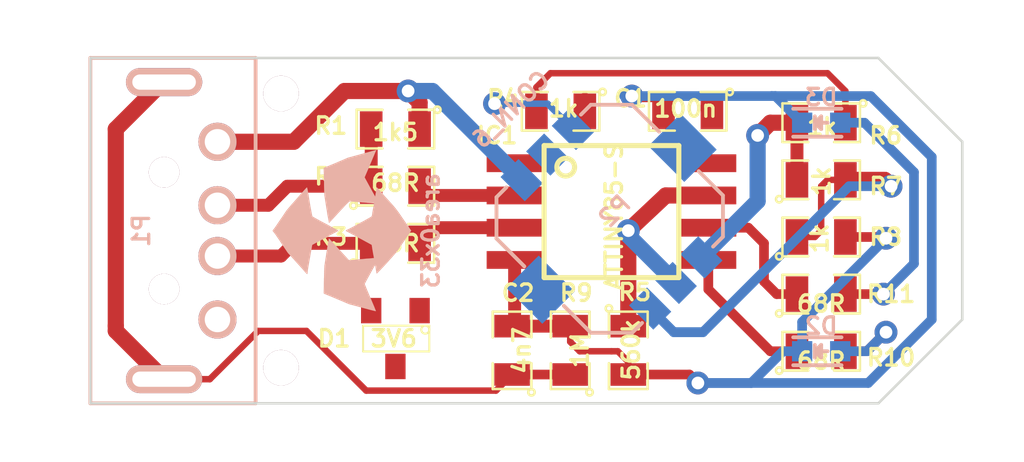
<source format=kicad_pcb>
(kicad_pcb (version 4) (host pcbnew 0.201510311201+6287~30~ubuntu14.04.1-product)
  (layers (0 F.Cu signal) (31 B.Cu signal) (34 B.Paste user) (35 F.Paste user) (36 B.SilkS user) (37 F.SilkS user) (38 B.Mask user) (39 F.Mask user) (44 Edge.Cuts user))
  (net 0 "")
  (net 1 +5V)
  (net 2 DGND)
  (net 3 D+)
  (net 4 D-)
  (net 5 "Net-(IC1-Pad2)")
  (net 6 "Net-(IC1-Pad3)")
  (net 7 /ADC)
  (net 8 /RIGHT)
  (net 9 /LEFT)
  (net 10 /DOWN)
  (net 11 "Net-(D2-Pad2)")
  (net 12 "Net-(D3-Pad2)")
  (net 13 /G)
  (net 14 /R)
  (net 15 "Net-(C2-Pad1)")
  (module USB_A_MALE (layer B.Cu) (at 137.969 182.357 90)
    (fp_text reference P1 (at 0 2 90) (layer B.SilkS) (effects (font (size 0.65 0.65) (thickness 0.13)) (justify mirror)))
    (fp_text value USB_A)
    (fp_line (start 6.8 0) (end 6.8 6.5) (layer B.SilkS) (width 0.15))
    (fp_line (start 6.8 6.5) (end -6.8 6.5) (layer B.SilkS) (width 0.15))
    (fp_line (start -6.8 6.5) (end -6.8 0) (layer B.SilkS) (width 0.15))
    (fp_line (start -6.8 0) (end 6.8 0) (layer B.SilkS) (width 0.15))
    (pad "" thru_hole circle (at -5.4 7.5 90) (size 1.4 1.4) (drill 1.4) (layers *.Cu *.Mask B.SilkS))
    (pad "" thru_hole circle (at 5.4 7.5 90) (size 1.4 1.4) (drill 1.4) (layers *.Cu *.Mask B.SilkS))
    (pad "" thru_hole circle (at 2.3 2.9 90) (size 1.2 1.2) (drill 1.2) (layers *.Cu *.Mask B.SilkS))
    (pad "" thru_hole circle (at -2.3 2.9 180) (size 1.2 1.2) (drill 1.2) (layers *.Cu *.Mask B.SilkS))
    (pad 1 thru_hole circle (at 3.5 5 180) (size 1.5 1.5) (drill 1.00076) (layers *.Cu *.Mask B.SilkS) (net 1 +5V))
    (pad 2 thru_hole circle (at 1 5 180) (size 1.5 1.5) (drill 1.00076) (layers *.Cu *.Mask B.SilkS) (net 4 D-))
    (pad 3 thru_hole circle (at -1 5 180) (size 1.5 1.5) (drill 1.00076) (layers *.Cu *.Mask B.SilkS) (net 3 D+))
    (pad 4 thru_hole circle (at -3.5 5 180) (size 1.5 1.5) (drill 1.00076) (layers *.Cu *.Mask B.SilkS) (net 2 DGND))
    (pad 5 thru_hole oval (at 5.85 2.9 90) (size 1.1 3) (drill oval 0.6 2.5) (layers *.Cu *.Mask B.SilkS) (net 15 "Net-(C2-Pad1)"))
    (pad 5 thru_hole oval (at -5.85 2.9 90) (size 1.1 3) (drill oval 0.6 2.5) (layers *.Cu *.Mask B.SilkS) (net 15 "Net-(C2-Pad1)"))
  )
  (module projectLib:logo (layer B.Cu) (at 147.969 182.357 270)
    (fp_text reference area0x33 (at 0 -3.39 270) (layer B.SilkS) (effects (font (size 0.65 0.65) (thickness 0.13)) (justify mirror)))
    (fp_text value LOGO hide)
    (fp_poly (pts (xy 3.17246 -1.23444) (xy 3.15976 -1.2319) (xy 3.1242 -1.21666) (xy 3.07086 -1.19634) (xy 2.99974 -1.1684) (xy 2.91592 -1.13284) (xy 2.8194 -1.0922) (xy 2.71272 -1.04648) (xy 2.63652 -1.01346) (xy 2.5273 -0.96774) (xy 2.42316 -0.92456) (xy 2.32918 -0.88392) (xy 2.2479 -0.8509) (xy 2.18186 -0.8255) (xy 2.1336 -0.80518) (xy 2.10566 -0.79502) (xy 2.09804 -0.79248) (xy 2.08026 -0.80264) (xy 2.04216 -0.82296) (xy 1.98882 -0.8509) (xy 1.92278 -0.88646) (xy 1.84912 -0.9271) (xy 1.77038 -0.97028) (xy 1.69164 -1.01346) (xy 1.6129 -1.05664) (xy 1.53924 -1.09728) (xy 1.47574 -1.13284) (xy 1.4224 -1.16332) (xy 1.3843 -1.18618) (xy 1.36652 -1.19634) (xy 1.36398 -1.19888) (xy 1.37414 -1.20396) (xy 1.40716 -1.21158) (xy 1.45542 -1.2192) (xy 1.51384 -1.22936) (xy 1.51892 -1.22936) (xy 1.58242 -1.23952) (xy 1.63576 -1.24968) (xy 1.67386 -1.2573) (xy 1.69418 -1.26238) (xy 1.68656 -1.27254) (xy 1.6637 -1.29794) (xy 1.6256 -1.33604) (xy 1.5748 -1.38684) (xy 1.5113 -1.44526) (xy 1.44272 -1.5113) (xy 1.36652 -1.57988) (xy 1.28778 -1.65354) (xy 1.2065 -1.7272) (xy 1.12776 -1.79578) (xy 1.0541 -1.86436) (xy 0.98552 -1.92278) (xy 0.92456 -1.97612) (xy 0.87376 -2.0193) (xy 0.83566 -2.04724) (xy 0.8255 -2.05486) (xy 0.79248 -2.08026) (xy 0.74168 -2.11328) (xy 0.67818 -2.15646) (xy 0.61214 -2.20218) (xy 0.56642 -2.2352) (xy 0.48514 -2.29108) (xy 0.39116 -2.35458) (xy 0.29718 -2.41808) (xy 0.21082 -2.4765) (xy 0.18796 -2.49174) (xy 0 -2.62128) (xy -0.42926 -2.32664) (xy -0.53594 -2.25298) (xy -0.62738 -2.19202) (xy -0.70358 -2.13868) (xy -0.76962 -2.09042) (xy -0.82804 -2.0447) (xy -0.88646 -2.00152) (xy -0.94488 -1.95326) (xy -1.00584 -1.89992) (xy -1.07696 -1.83642) (xy -1.16078 -1.76022) (xy -1.25984 -1.67132) (xy -1.26492 -1.66624) (xy -1.35128 -1.5875) (xy -1.4351 -1.51384) (xy -1.50876 -1.4478) (xy -1.57226 -1.39192) (xy -1.6256 -1.3462) (xy -1.66116 -1.31318) (xy -1.68402 -1.29286) (xy -1.68656 -1.29286) (xy -1.69926 -1.2827) (xy -1.69672 -1.27254) (xy -1.6764 -1.26492) (xy -1.6383 -1.25476) (xy -1.57988 -1.24206) (xy -1.51384 -1.2319) (xy -1.34112 -1.20396) (xy -1.71958 -0.99568) (xy -2.09804 -0.78994) (xy -2.63398 -1.01854) (xy -2.74574 -1.0668) (xy -2.84988 -1.10998) (xy -2.94386 -1.15062) (xy -3.02514 -1.18364) (xy -3.09118 -1.21158) (xy -3.13944 -1.2319) (xy -3.16738 -1.2446) (xy -3.175 -1.24714) (xy -3.17246 -1.23444) (xy -3.1623 -1.19888) (xy -3.14706 -1.143) (xy -3.12928 -1.06934) (xy -3.10388 -0.98044) (xy -3.07594 -0.87884) (xy -3.048 -0.76708) (xy -3.02514 -0.69088) (xy -2.87528 -0.13716) (xy -2.7051 0.26162) (xy -2.66192 0.36068) (xy -2.62128 0.45466) (xy -2.58572 0.54356) (xy -2.55524 0.61722) (xy -2.52984 0.67564) (xy -2.5146 0.71628) (xy -2.50952 0.72898) (xy -2.4892 0.78486) (xy -2.46634 0.81534) (xy -2.44094 0.8255) (xy -2.42316 0.82296) (xy -2.40284 0.82042) (xy -2.35966 0.82042) (xy -2.29616 0.81788) (xy -2.21742 0.81534) (xy -2.12344 0.8128) (xy -2.0193 0.81026) (xy -1.90754 0.80772) (xy -1.905 0.80772) (xy -1.7907 0.80772) (xy -1.68148 0.80518) (xy -1.58242 0.80264) (xy -1.49606 0.79756) (xy -1.42494 0.79502) (xy -1.3716 0.79248) (xy -1.34366 0.7874) (xy -1.29286 0.77978) (xy -1.2446 0.77216) (xy -1.22428 0.76962) (xy -1.18618 0.76454) (xy -1.13538 0.75438) (xy -1.09982 0.7493) (xy -1.04902 0.74168) (xy -1.00076 0.73406) (xy -0.97536 0.72898) (xy -0.93472 0.7239) (xy -0.88392 0.71628) (xy -0.84836 0.70866) (xy -0.8001 0.70104) (xy -0.75438 0.69342) (xy -0.73152 0.69088) (xy -0.63754 0.67818) (xy -0.56134 0.66294) (xy -0.53848 0.65786) (xy -0.50292 0.65024) (xy -0.45212 0.64008) (xy -0.39878 0.62992) (xy -0.35052 0.6223) (xy -0.3175 0.61468) (xy -0.30226 0.61214) (xy -0.30226 0.6096) (xy -0.30226 0.60706) (xy -0.30734 0.60198) (xy -0.32004 0.59182) (xy -0.33782 0.57658) (xy -0.36322 0.55118) (xy -0.39878 0.51816) (xy -0.4445 0.47498) (xy -0.50546 0.4191) (xy -0.57912 0.35052) (xy -0.67056 0.2667) (xy -0.77978 0.1651) (xy -0.79756 0.14986) (xy -0.89154 0.06096) (xy -0.97028 -0.01016) (xy -1.03124 -0.06604) (xy -1.07696 -0.1143) (xy -1.10998 -0.14732) (xy -1.13284 -0.17526) (xy -1.14554 -0.19304) (xy -1.15062 -0.20574) (xy -1.15062 -0.21082) (xy -1.15062 -0.2413) (xy -1.14554 -0.2921) (xy -1.14046 -0.35306) (xy -1.13538 -0.42164) (xy -1.1303 -0.48514) (xy -1.12776 -0.54102) (xy -1.12522 -0.5461) (xy -1.12268 -0.59436) (xy -1.1176 -0.65532) (xy -1.11252 -0.7112) (xy -1.10998 -0.76708) (xy -1.1049 -0.81788) (xy -1.10236 -0.85598) (xy -1.10236 -0.85598) (xy -1.09728 -0.889) (xy -1.09474 -0.9398) (xy -1.08966 -1.00076) (xy -1.08712 -1.03124) (xy -1.08204 -1.08458) (xy -1.07696 -1.12776) (xy -1.07442 -1.1557) (xy -1.07188 -1.16078) (xy -1.05664 -1.15824) (xy -1.02362 -1.15062) (xy -0.9779 -1.143) (xy -0.97028 -1.14046) (xy -0.9144 -1.1303) (xy -0.85598 -1.12014) (xy -0.81788 -1.11252) (xy -0.77978 -1.1049) (xy -0.75438 -1.09982) (xy -0.75184 -1.09982) (xy -0.73406 -1.09728) (xy -0.70104 -1.0922) (xy -0.66294 -1.08712) (xy -0.61468 -1.0795) (xy -0.57912 -1.06934) (xy -0.56134 -1.06172) (xy -0.55118 -1.04902) (xy -0.52832 -1.01346) (xy -0.49784 -0.96012) (xy -0.46228 -0.89408) (xy -0.4191 -0.81788) (xy -0.37084 -0.73406) (xy -0.32258 -0.64262) (xy -0.27178 -0.55118) (xy -0.22352 -0.46228) (xy -0.1778 -0.37592) (xy -0.13462 -0.29718) (xy -0.09906 -0.2286) (xy -0.07112 -0.17526) (xy -0.05334 -0.13716) (xy -0.0508 -0.12954) (xy -0.0254 -0.07874) (xy -0.00762 -0.05334) (xy 0.00762 -0.0508) (xy 0.0254 -0.07366) (xy 0.04826 -0.1143) (xy 0.05842 -0.13462) (xy 0.08128 -0.1778) (xy 0.11176 -0.23622) (xy 0.14986 -0.3048) (xy 0.19304 -0.38608) (xy 0.23876 -0.47498) (xy 0.28702 -0.56388) (xy 0.33782 -0.65786) (xy 0.38608 -0.74676) (xy 0.4318 -0.83058) (xy 0.47244 -0.90678) (xy 0.508 -0.97028) (xy 0.53594 -1.02108) (xy 0.55372 -1.0541) (xy 0.5588 -1.06426) (xy 0.57404 -1.06934) (xy 0.60706 -1.07442) (xy 0.65532 -1.08204) (xy 0.69342 -1.08712) (xy 0.76962 -1.09982) (xy 0.85598 -1.11506) (xy 0.93472 -1.12776) (xy 0.9525 -1.13284) (xy 1.0795 -1.1557) (xy 1.08204 -1.12776) (xy 1.08712 -1.06172) (xy 1.09474 -0.98552) (xy 1.09982 -0.90932) (xy 1.1049 -0.8382) (xy 1.10998 -0.78486) (xy 1.11252 -0.76454) (xy 1.1176 -0.72644) (xy 1.12268 -0.67564) (xy 1.12522 -0.61976) (xy 1.12522 -0.61976) (xy 1.1303 -0.56134) (xy 1.13538 -0.508) (xy 1.14046 -0.46736) (xy 1.143 -0.42926) (xy 1.14554 -0.37592) (xy 1.15062 -0.31496) (xy 1.15316 -0.29464) (xy 1.16078 -0.17272) (xy 0.73406 0.21844) (xy 0.3048 0.61214) (xy 0.37338 0.62738) (xy 0.42164 0.63754) (xy 0.48514 0.6477) (xy 0.55372 0.6604) (xy 0.6223 0.6731) (xy 0.68326 0.68326) (xy 0.7239 0.68834) (xy 0.73152 0.69088) (xy 0.76454 0.69596) (xy 0.8128 0.70358) (xy 0.84836 0.70866) (xy 0.9017 0.71882) (xy 0.94996 0.72644) (xy 0.97536 0.72898) (xy 1.01346 0.73406) (xy 1.06426 0.74422) (xy 1.09982 0.7493) (xy 1.15316 0.75692) (xy 1.20142 0.76454) (xy 1.22428 0.76962) (xy 1.26492 0.7747) (xy 1.31572 0.78232) (xy 1.34366 0.7874) (xy 1.37414 0.79248) (xy 1.42748 0.79502) (xy 1.4986 0.8001) (xy 1.5875 0.80264) (xy 1.68656 0.80518) (xy 1.79578 0.80772) (xy 1.8923 0.81026) (xy 2.00406 0.8128) (xy 2.11074 0.81534) (xy 2.20726 0.81534) (xy 2.28854 0.81788) (xy 2.35712 0.82042) (xy 2.40284 0.82042) (xy 2.4257 0.82042) (xy 2.46126 0.82042) (xy 2.48412 0.8128) (xy 2.48666 0.81026) (xy 2.48666 0.80518) (xy 2.48666 0.80264) (xy 2.4892 0.79502) (xy 2.49428 0.78486) (xy 2.49936 0.76708) (xy 2.51206 0.73914) (xy 2.5273 0.70104) (xy 2.55016 0.6477) (xy 2.5781 0.57912) (xy 2.61366 0.49276) (xy 2.65938 0.38608) (xy 2.70256 0.28194) (xy 2.89814 -0.1778) (xy 3.03784 -0.70358) (xy 3.06832 -0.81534) (xy 3.09626 -0.92202) (xy 3.12166 -1.016) (xy 3.14198 -1.09728) (xy 3.15722 -1.16078) (xy 3.16738 -1.2065) (xy 3.17246 -1.2319) (xy 3.17246 -1.23444) (xy 3.17246 -1.23444)) (layer B.SilkS) (width 0.00254))
    (fp_poly (pts (xy 1.7145 1.47066) (xy 1.7018 1.46304) (xy 1.67132 1.45542) (xy 1.65608 1.45542) (xy 1.62814 1.45288) (xy 1.57734 1.4478) (xy 1.5113 1.43764) (xy 1.43002 1.42494) (xy 1.3462 1.4097) (xy 1.31826 1.40462) (xy 1.21412 1.38684) (xy 1.09982 1.36652) (xy 0.98552 1.3462) (xy 0.87884 1.32842) (xy 0.79756 1.31318) (xy 0.56134 1.27254) (xy 0.31242 0.81026) (xy 0.25654 0.70612) (xy 0.2032 0.60706) (xy 0.15494 0.51816) (xy 0.11176 0.43688) (xy 0.0762 0.37084) (xy 0.0508 0.32258) (xy 0.03556 0.29464) (xy 0.03302 0.28956) (xy 0.00254 0.23368) (xy -0.02794 0.28956) (xy -0.04064 0.31496) (xy -0.06604 0.36068) (xy -0.09906 0.42164) (xy -0.14224 0.49784) (xy -0.18796 0.58674) (xy -0.2413 0.68326) (xy -0.29464 0.78486) (xy -0.30226 0.79756) (xy -0.3556 0.89662) (xy -0.4064 0.9906) (xy -0.45212 1.07442) (xy -0.49022 1.14554) (xy -0.52324 1.20142) (xy -0.5461 1.23952) (xy -0.55626 1.25984) (xy -0.55626 1.25984) (xy -0.57404 1.26746) (xy -0.61468 1.27762) (xy -0.67818 1.29032) (xy -0.75692 1.30556) (xy -0.85344 1.32334) (xy -0.96012 1.34366) (xy -1.0795 1.36398) (xy -1.15824 1.37668) (xy -1.2954 1.39954) (xy -1.40716 1.41732) (xy -1.49606 1.43256) (xy -1.56718 1.44526) (xy -1.62052 1.45542) (xy -1.65608 1.46304) (xy -1.68148 1.47066) (xy -1.69672 1.47574) (xy -1.7018 1.48336) (xy -1.69926 1.48844) (xy -1.69418 1.49352) (xy -1.69164 1.49606) (xy -1.64846 1.5367) (xy -1.59004 1.59004) (xy -1.52146 1.651) (xy -1.44526 1.72212) (xy -1.36144 1.79324) (xy -1.27508 1.86944) (xy -1.18872 1.94564) (xy -1.1049 2.0193) (xy -1.02616 2.09042) (xy -0.9525 2.15138) (xy -0.889 2.20726) (xy -0.8382 2.2479) (xy -0.80264 2.27838) (xy -0.7874 2.29108) (xy -0.63754 2.39014) (xy -0.50292 2.48158) (xy -0.38354 2.56286) (xy -0.2794 2.63398) (xy -0.19558 2.68986) (xy -0.13208 2.73558) (xy -0.08636 2.76606) (xy -0.08636 2.7686) (xy 0.00254 2.83464) (xy 0.0508 2.79908) (xy 0.08128 2.77622) (xy 0.1016 2.75844) (xy 0.10414 2.7559) (xy 0.10922 2.75336) (xy 0.11938 2.7432) (xy 0.13716 2.73304) (xy 0.16256 2.71272) (xy 0.20066 2.68732) (xy 0.254 2.65176) (xy 0.3175 2.60858) (xy 0.39878 2.5527) (xy 0.50038 2.48666) (xy 0.61976 2.40538) (xy 0.66548 2.3749) (xy 0.73406 2.32918) (xy 0.79248 2.28854) (xy 0.84328 2.25552) (xy 0.8763 2.23012) (xy 0.89408 2.21742) (xy 0.89662 2.21488) (xy 0.89916 2.21234) (xy 0.91186 2.19964) (xy 0.93218 2.18186) (xy 0.96012 2.15646) (xy 1.00076 2.11836) (xy 1.05664 2.0701) (xy 1.12776 2.00406) (xy 1.21666 1.92532) (xy 1.2446 1.89992) (xy 1.27508 1.87198) (xy 1.31826 1.83388) (xy 1.3716 1.78562) (xy 1.42748 1.73482) (xy 1.43764 1.7272) (xy 1.49352 1.67386) (xy 1.55194 1.62306) (xy 1.60274 1.57988) (xy 1.64084 1.54686) (xy 1.64338 1.54432) (xy 1.67894 1.5113) (xy 1.70434 1.4859) (xy 1.7145 1.47066) (xy 1.7145 1.47066)) (layer B.SilkS) (width 0.00254))
  )
  (module projectLib:SMD-0805 (layer F.Cu) (at 161.469 177.657 180)
    (fp_text reference C1 (at 2.25 0.5 360) (layer F.SilkS) (effects (font (size 0.65 0.65) (thickness 0.13))))
    (fp_text value 100n (at 0.078 0.1 180) (layer F.SilkS) (effects (font (size 0.65 0.65) (thickness 0.13))))
    (fp_circle (center -1.651 0.762) (end -1.651 0.635) (layer F.SilkS) (width 0.09906))
    (fp_line (start -0.508 0.762) (end -1.524 0.762) (layer F.SilkS) (width 0.09906))
    (fp_line (start -1.524 0.762) (end -1.524 -0.762) (layer F.SilkS) (width 0.09906))
    (fp_line (start -1.524 -0.762) (end -0.508 -0.762) (layer F.SilkS) (width 0.09906))
    (fp_line (start 0.508 -0.762) (end 1.524 -0.762) (layer F.SilkS) (width 0.09906))
    (fp_line (start 1.524 -0.762) (end 1.524 0.762) (layer F.SilkS) (width 0.09906))
    (fp_line (start 1.524 0.762) (end 0.508 0.762) (layer F.SilkS) (width 0.09906))
    (pad 1 smd rect (at -0.9525 0 180) (size 0.889 1.397) (layers F.Cu F.Paste F.Mask) (net 1 +5V))
    (pad 2 smd rect (at 0.9525 0 180) (size 0.889 1.397) (layers F.Cu F.Paste F.Mask) (net 2 DGND))
  )
  (module projectLib:SOT-23 (layer F.Cu) (at 149.969 186.607 180)
    (fp_text reference D1 (at 2.413 0 180) (layer F.SilkS) (effects (font (size 0.65 0.65) (thickness 0.13))))
    (fp_text value 3V6 (at 0.0635 0 180) (layer F.SilkS) (effects (font (size 0.65 0.65) (thickness 0.13))))
    (fp_circle (center -1.17602 0.35052) (end -1.30048 0.44958) (layer F.SilkS) (width 0.07874))
    (fp_line (start 1.27 -0.508) (end 1.27 0.508) (layer F.SilkS) (width 0.07874))
    (fp_line (start -1.3335 -0.508) (end -1.3335 0.508) (layer F.SilkS) (width 0.07874))
    (fp_line (start 1.27 0.508) (end -1.3335 0.508) (layer F.SilkS) (width 0.07874))
    (fp_line (start -1.3335 -0.508) (end 1.27 -0.508) (layer F.SilkS) (width 0.07874))
    (pad 3 smd rect (at 0 -1.09982 180) (size 0.8001 1.00076) (layers F.Cu F.Paste F.Mask) (net 2 DGND))
    (pad 2 smd rect (at 0.9525 1.09982 180) (size 0.8001 1.00076) (layers F.Cu F.Paste F.Mask) (net 3 D+))
    (pad 1 smd rect (at -0.9525 1.09982 180) (size 0.8001 1.00076) (layers F.Cu F.Paste F.Mask) (net 4 D-))
  )
  (module projectLib:SMD-0805 (layer F.Cu) (at 149.969 178.357 180)
    (fp_text reference R1 (at 2.54 0.127 360) (layer F.SilkS) (effects (font (size 0.65 0.65) (thickness 0.13))))
    (fp_text value 1k5 (at 0 -0.127 180) (layer F.SilkS) (effects (font (size 0.65 0.65) (thickness 0.13))))
    (fp_circle (center -1.651 0.762) (end -1.651 0.635) (layer F.SilkS) (width 0.09906))
    (fp_line (start -0.508 0.762) (end -1.524 0.762) (layer F.SilkS) (width 0.09906))
    (fp_line (start -1.524 0.762) (end -1.524 -0.762) (layer F.SilkS) (width 0.09906))
    (fp_line (start -1.524 -0.762) (end -0.508 -0.762) (layer F.SilkS) (width 0.09906))
    (fp_line (start 0.508 -0.762) (end 1.524 -0.762) (layer F.SilkS) (width 0.09906))
    (fp_line (start 1.524 -0.762) (end 1.524 0.762) (layer F.SilkS) (width 0.09906))
    (fp_line (start 1.524 0.762) (end 0.508 0.762) (layer F.SilkS) (width 0.09906))
    (pad 1 smd rect (at -0.9525 0 180) (size 0.889 1.397) (layers F.Cu F.Paste F.Mask) (net 1 +5V))
    (pad 2 smd rect (at 0.9525 0 180) (size 0.889 1.397) (layers F.Cu F.Paste F.Mask) (net 4 D-))
  )
  (module projectLib:SMD-0805 (layer F.Cu) (at 149.969 180.607)
    (fp_text reference R2 (at -2.54 -0.381 180) (layer F.SilkS) (effects (font (size 0.65 0.65) (thickness 0.13))))
    (fp_text value 68R (at 0 -0.127) (layer F.SilkS) (effects (font (size 0.65 0.65) (thickness 0.13))))
    (fp_circle (center -1.651 0.762) (end -1.651 0.635) (layer F.SilkS) (width 0.09906))
    (fp_line (start -0.508 0.762) (end -1.524 0.762) (layer F.SilkS) (width 0.09906))
    (fp_line (start -1.524 0.762) (end -1.524 -0.762) (layer F.SilkS) (width 0.09906))
    (fp_line (start -1.524 -0.762) (end -0.508 -0.762) (layer F.SilkS) (width 0.09906))
    (fp_line (start 0.508 -0.762) (end 1.524 -0.762) (layer F.SilkS) (width 0.09906))
    (fp_line (start 1.524 -0.762) (end 1.524 0.762) (layer F.SilkS) (width 0.09906))
    (fp_line (start 1.524 0.762) (end 0.508 0.762) (layer F.SilkS) (width 0.09906))
    (pad 1 smd rect (at -0.9525 0) (size 0.889 1.397) (layers F.Cu F.Paste F.Mask) (net 4 D-))
    (pad 2 smd rect (at 0.9525 0) (size 0.889 1.397) (layers F.Cu F.Paste F.Mask) (net 5 "Net-(IC1-Pad2)"))
  )
  (module projectLib:SMD-0805 (layer F.Cu) (at 149.969 182.857)
    (fp_text reference R3 (at -2.54 -0.254 180) (layer F.SilkS) (effects (font (size 0.65 0.65) (thickness 0.13))))
    (fp_text value 68R (at 0 0) (layer F.SilkS) (effects (font (size 0.65 0.65) (thickness 0.13))))
    (fp_circle (center -1.651 0.762) (end -1.651 0.635) (layer F.SilkS) (width 0.09906))
    (fp_line (start -0.508 0.762) (end -1.524 0.762) (layer F.SilkS) (width 0.09906))
    (fp_line (start -1.524 0.762) (end -1.524 -0.762) (layer F.SilkS) (width 0.09906))
    (fp_line (start -1.524 -0.762) (end -0.508 -0.762) (layer F.SilkS) (width 0.09906))
    (fp_line (start 0.508 -0.762) (end 1.524 -0.762) (layer F.SilkS) (width 0.09906))
    (fp_line (start 1.524 -0.762) (end 1.524 0.762) (layer F.SilkS) (width 0.09906))
    (fp_line (start 1.524 0.762) (end 0.508 0.762) (layer F.SilkS) (width 0.09906))
    (pad 1 smd rect (at -0.9525 0) (size 0.889 1.397) (layers F.Cu F.Paste F.Mask) (net 3 D+))
    (pad 2 smd rect (at 0.9525 0) (size 0.889 1.397) (layers F.Cu F.Paste F.Mask) (net 6 "Net-(IC1-Pad3)"))
  )
  (module projectLib:SMD-0805 (layer F.Cu) (at 159.131 187.071 270)
    (fp_text reference R5 (at -2.286 -0.254 360) (layer F.SilkS) (effects (font (size 0.65 0.65) (thickness 0.13))))
    (fp_text value 560k (at -0.024 -0.107 270) (layer F.SilkS) (effects (font (size 0.65 0.65) (thickness 0.13))))
    (fp_circle (center -1.651 0.762) (end -1.651 0.635) (layer F.SilkS) (width 0.09906))
    (fp_line (start -0.508 0.762) (end -1.524 0.762) (layer F.SilkS) (width 0.09906))
    (fp_line (start -1.524 0.762) (end -1.524 -0.762) (layer F.SilkS) (width 0.09906))
    (fp_line (start -1.524 -0.762) (end -0.508 -0.762) (layer F.SilkS) (width 0.09906))
    (fp_line (start 0.508 -0.762) (end 1.524 -0.762) (layer F.SilkS) (width 0.09906))
    (fp_line (start 1.524 -0.762) (end 1.524 0.762) (layer F.SilkS) (width 0.09906))
    (fp_line (start 1.524 0.762) (end 0.508 0.762) (layer F.SilkS) (width 0.09906))
    (pad 1 smd rect (at -0.9525 0 270) (size 0.889 1.397) (layers F.Cu F.Paste F.Mask) (net 7 /ADC))
    (pad 2 smd rect (at 0.9525 0 270) (size 0.889 1.397) (layers F.Cu F.Paste F.Mask) (net 2 DGND))
  )
  (module projectLib:SMD-0805 (layer F.Cu) (at 156.469 177.657 180)
    (fp_text reference R4 (at 2.25 0.5 360) (layer F.SilkS) (effects (font (size 0.65 0.65) (thickness 0.13))))
    (fp_text value 1k (at -0.115 0.107 180) (layer F.SilkS) (effects (font (size 0.65 0.65) (thickness 0.13))))
    (fp_circle (center -1.651 0.762) (end -1.651 0.635) (layer F.SilkS) (width 0.09906))
    (fp_line (start -0.508 0.762) (end -1.524 0.762) (layer F.SilkS) (width 0.09906))
    (fp_line (start -1.524 0.762) (end -1.524 -0.762) (layer F.SilkS) (width 0.09906))
    (fp_line (start -1.524 -0.762) (end -0.508 -0.762) (layer F.SilkS) (width 0.09906))
    (fp_line (start 0.508 -0.762) (end 1.524 -0.762) (layer F.SilkS) (width 0.09906))
    (fp_line (start 1.524 -0.762) (end 1.524 0.762) (layer F.SilkS) (width 0.09906))
    (fp_line (start 1.524 0.762) (end 0.508 0.762) (layer F.SilkS) (width 0.09906))
    (pad 1 smd rect (at -0.9525 0 180) (size 0.889 1.397) (layers F.Cu F.Paste F.Mask) (net 1 +5V))
    (pad 2 smd rect (at 0.9525 0 180) (size 0.889 1.397) (layers F.Cu F.Paste F.Mask) (net 9 /LEFT))
  )
  (module projectLib:SMD-0805 (layer F.Cu) (at 166.719 178.107 180)
    (fp_text reference R6 (at -2.54 -0.508 360) (layer F.SilkS) (effects (font (size 0.65 0.65) (thickness 0.13))))
    (fp_text value 1k (at -0.032 -0.154 180) (layer F.SilkS) (effects (font (size 0.65 0.65) (thickness 0.13))))
    (fp_circle (center -1.651 0.762) (end -1.651 0.635) (layer F.SilkS) (width 0.09906))
    (fp_line (start -0.508 0.762) (end -1.524 0.762) (layer F.SilkS) (width 0.09906))
    (fp_line (start -1.524 0.762) (end -1.524 -0.762) (layer F.SilkS) (width 0.09906))
    (fp_line (start -1.524 -0.762) (end -0.508 -0.762) (layer F.SilkS) (width 0.09906))
    (fp_line (start 0.508 -0.762) (end 1.524 -0.762) (layer F.SilkS) (width 0.09906))
    (fp_line (start 1.524 -0.762) (end 1.524 0.762) (layer F.SilkS) (width 0.09906))
    (fp_line (start 1.524 0.762) (end 0.508 0.762) (layer F.SilkS) (width 0.09906))
    (pad 1 smd rect (at -0.9525 0 180) (size 0.889 1.397) (layers F.Cu F.Paste F.Mask) (net 9 /LEFT))
    (pad 2 smd rect (at 0.9525 0 180) (size 0.889 1.397) (layers F.Cu F.Paste F.Mask) (net 10 /DOWN))
  )
  (module projectLib:SMD-0805 (layer F.Cu) (at 166.719 180.357)
    (fp_text reference R7 (at 2.54 0.254) (layer F.SilkS) (effects (font (size 0.65 0.65) (thickness 0.13))))
    (fp_text value 1k (at 0.02 0.059 90) (layer F.SilkS) (effects (font (size 0.65 0.65) (thickness 0.13))))
    (fp_circle (center -1.651 0.762) (end -1.651 0.635) (layer F.SilkS) (width 0.09906))
    (fp_line (start -0.508 0.762) (end -1.524 0.762) (layer F.SilkS) (width 0.09906))
    (fp_line (start -1.524 0.762) (end -1.524 -0.762) (layer F.SilkS) (width 0.09906))
    (fp_line (start -1.524 -0.762) (end -0.508 -0.762) (layer F.SilkS) (width 0.09906))
    (fp_line (start 0.508 -0.762) (end 1.524 -0.762) (layer F.SilkS) (width 0.09906))
    (fp_line (start 1.524 -0.762) (end 1.524 0.762) (layer F.SilkS) (width 0.09906))
    (fp_line (start 1.524 0.762) (end 0.508 0.762) (layer F.SilkS) (width 0.09906))
    (pad 1 smd rect (at -0.9525 0) (size 0.889 1.397) (layers F.Cu F.Paste F.Mask) (net 10 /DOWN))
    (pad 2 smd rect (at 0.9525 0) (size 0.889 1.397) (layers F.Cu F.Paste F.Mask) (net 8 /RIGHT))
  )
  (module projectLib:SMD-0805 (layer F.Cu) (at 166.719 182.607)
    (fp_text reference R8 (at 2.54 0 180) (layer F.SilkS) (effects (font (size 0.65 0.65) (thickness 0.13))))
    (fp_text value 1k (at -0.062 0.059 90) (layer F.SilkS) (effects (font (size 0.65 0.65) (thickness 0.13))))
    (fp_circle (center -1.651 0.762) (end -1.651 0.635) (layer F.SilkS) (width 0.09906))
    (fp_line (start -0.508 0.762) (end -1.524 0.762) (layer F.SilkS) (width 0.09906))
    (fp_line (start -1.524 0.762) (end -1.524 -0.762) (layer F.SilkS) (width 0.09906))
    (fp_line (start -1.524 -0.762) (end -0.508 -0.762) (layer F.SilkS) (width 0.09906))
    (fp_line (start 0.508 -0.762) (end 1.524 -0.762) (layer F.SilkS) (width 0.09906))
    (fp_line (start 1.524 -0.762) (end 1.524 0.762) (layer F.SilkS) (width 0.09906))
    (fp_line (start 1.524 0.762) (end 0.508 0.762) (layer F.SilkS) (width 0.09906))
    (pad 1 smd rect (at -0.9525 0) (size 0.889 1.397) (layers F.Cu F.Paste F.Mask) (net 8 /RIGHT))
    (pad 2 smd rect (at 0.9525 0) (size 0.889 1.397) (layers F.Cu F.Paste F.Mask) (net 2 DGND))
  )
  (module projectLib:SMD-0805 (layer F.Cu) (at 154.559 187.071 90)
    (fp_text reference C2 (at 2.26 0.235 180) (layer F.SilkS) (effects (font (size 0.65 0.65) (thickness 0.13))))
    (fp_text value 4n7 (at 0 0.381 90) (layer F.SilkS) (effects (font (size 0.65 0.65) (thickness 0.13))))
    (fp_circle (center -1.651 0.762) (end -1.651 0.635) (layer F.SilkS) (width 0.09906))
    (fp_line (start -0.508 0.762) (end -1.524 0.762) (layer F.SilkS) (width 0.09906))
    (fp_line (start -1.524 0.762) (end -1.524 -0.762) (layer F.SilkS) (width 0.09906))
    (fp_line (start -1.524 -0.762) (end -0.508 -0.762) (layer F.SilkS) (width 0.09906))
    (fp_line (start 0.508 -0.762) (end 1.524 -0.762) (layer F.SilkS) (width 0.09906))
    (fp_line (start 1.524 -0.762) (end 1.524 0.762) (layer F.SilkS) (width 0.09906))
    (fp_line (start 1.524 0.762) (end 0.508 0.762) (layer F.SilkS) (width 0.09906))
    (pad 1 smd rect (at -0.9525 0 90) (size 0.889 1.397) (layers F.Cu F.Paste F.Mask) (net 15 "Net-(C2-Pad1)"))
    (pad 2 smd rect (at 0.9525 0 90) (size 0.889 1.397) (layers F.Cu F.Paste F.Mask) (net 2 DGND))
  )
  (module projectLib:SO8_200mil_wide (layer F.Cu) (at 158.469 181.607 270)
    (fp_text reference IC1 (at -3 4.5 360) (layer F.SilkS) (effects (font (size 0.65 0.65) (thickness 0.13))))
    (fp_text value ATTINY85-S (at 0.2 -0.1 270) (layer F.SilkS) (effects (font (size 0.65 0.65) (thickness 0.13))))
    (fp_circle (center -1.75 1.8) (end -1.4 1.8) (layer F.SilkS) (width 0.2))
    (fp_line (start 2.6 -2.65) (end 2.6 2.65) (layer F.SilkS) (width 0.2))
    (fp_line (start 2.6 2.65) (end -2.6 2.65) (layer F.SilkS) (width 0.2))
    (fp_line (start -2.6 2.65) (end -2.6 -2.65) (layer F.SilkS) (width 0.2))
    (fp_line (start -2.6 -2.65) (end 2.6 -2.65) (layer F.SilkS) (width 0.2))
    (pad 1 smd rect (at -1.905 3.81 270) (size 0.7 2.2) (layers F.Cu F.Paste F.Mask))
    (pad 2 smd rect (at -0.635 3.81 270) (size 0.7 2.2) (layers F.Cu F.Paste F.Mask) (net 5 "Net-(IC1-Pad2)"))
    (pad 3 smd rect (at 0.635 3.81 270) (size 0.7 2.2) (layers F.Cu F.Paste F.Mask) (net 6 "Net-(IC1-Pad3)"))
    (pad 4 smd rect (at 1.905 3.81 270) (size 0.7 2.2) (layers F.Cu F.Paste F.Mask) (net 2 DGND))
    (pad 5 smd rect (at 1.905 -3.81 270) (size 0.7 2.2) (layers F.Cu F.Paste F.Mask) (net 13 /G))
    (pad 6 smd rect (at 0.635 -3.81 270) (size 0.7 2.2) (layers F.Cu F.Paste F.Mask) (net 14 /R))
    (pad 7 smd rect (at -0.635 -3.81 270) (size 0.7 2.2) (layers F.Cu F.Paste F.Mask) (net 7 /ADC))
    (pad 8 smd rect (at -1.905 -3.81 270) (size 0.7 2.2) (layers F.Cu F.Paste F.Mask) (net 1 +5V))
  )
  (module projectLib:SMD-0805 (layer F.Cu) (at 156.845 187.071 90)
    (fp_text reference R9 (at 2.26 0.235 180) (layer F.SilkS) (effects (font (size 0.65 0.65) (thickness 0.13))))
    (fp_text value 1M (at 0 0.381 90) (layer F.SilkS) (effects (font (size 0.65 0.65) (thickness 0.13))))
    (fp_circle (center -1.651 0.762) (end -1.651 0.635) (layer F.SilkS) (width 0.09906))
    (fp_line (start -0.508 0.762) (end -1.524 0.762) (layer F.SilkS) (width 0.09906))
    (fp_line (start -1.524 0.762) (end -1.524 -0.762) (layer F.SilkS) (width 0.09906))
    (fp_line (start -1.524 -0.762) (end -0.508 -0.762) (layer F.SilkS) (width 0.09906))
    (fp_line (start 0.508 -0.762) (end 1.524 -0.762) (layer F.SilkS) (width 0.09906))
    (fp_line (start 1.524 -0.762) (end 1.524 0.762) (layer F.SilkS) (width 0.09906))
    (fp_line (start 1.524 0.762) (end 0.508 0.762) (layer F.SilkS) (width 0.09906))
    (pad 1 smd rect (at -0.9525 0 90) (size 0.889 1.397) (layers F.Cu F.Paste F.Mask) (net 15 "Net-(C2-Pad1)"))
    (pad 2 smd rect (at 0.9525 0 90) (size 0.889 1.397) (layers F.Cu F.Paste F.Mask) (net 2 DGND))
  )
  (module projectLib:SKRHAAE010 (layer B.Cu) (at 158.4706 181.8894 45)
    (fp_text reference P2 (at 0.3048 -0.127 225) (layer B.SilkS) (effects (font (size 0.65 0.65) (thickness 0.13)) (justify mirror)))
    (fp_text value CONN_6 (at 0.254 -5.842 45) (layer B.SilkS) (effects (font (size 0.65 0.65) (thickness 0.13)) (justify mirror)))
    (fp_line (start -2.6 3.75) (end -2.05 3.75) (layer B.SilkS) (width 0.15))
    (fp_line (start 2.6 3.6) (end 2.05 3.6) (layer B.SilkS) (width 0.15))
    (fp_line (start -2.6 -3.8) (end -2.05 -3.8) (layer B.SilkS) (width 0.15))
    (fp_line (start -3.75 2.6) (end -3.75 1.1) (layer B.SilkS) (width 0.15))
    (fp_line (start -2.6 3.75) (end -3.75 2.6) (layer B.SilkS) (width 0.15))
    (fp_line (start -2.6 -3.8) (end -3.75 -2.65) (layer B.SilkS) (width 0.15))
    (fp_line (start -3.75 -2.65) (end -3.75 -1.1) (layer B.SilkS) (width 0.15))
    (fp_line (start 2.6 -3.75) (end 2.05 -3.75) (layer B.SilkS) (width 0.15))
    (fp_line (start 3.75 -2.6) (end 3.75 -1.1) (layer B.SilkS) (width 0.15))
    (fp_line (start 2.6 -3.75) (end 3.75 -2.6) (layer B.SilkS) (width 0.15))
    (fp_line (start 3.75 2.45) (end 3.75 1.1) (layer B.SilkS) (width 0.15))
    (fp_line (start 2.6 3.6) (end 3.75 2.45) (layer B.SilkS) (width 0.15))
    (pad "" smd rect (at -3.95 0 45) (size 1.8 2) (layers B.Cu B.Paste B.Mask))
    (pad "" smd rect (at 3.95 0 45) (size 1.8 2) (layers B.Cu B.Paste B.Mask))
    (pad 6 smd rect (at -1.425 3.575 45) (size 1 1.35) (layers B.Cu B.Paste B.Mask) (net 8 /RIGHT))
    (pad 1 smd rect (at -1.425 -3.575 45) (size 1 1.35) (layers B.Cu B.Paste B.Mask) (net 1 +5V))
    (pad 5 smd rect (at 0 3.575 45) (size 1 1.35) (layers B.Cu B.Paste B.Mask) (net 7 /ADC))
    (pad 2 smd rect (at 0 -3.575 45) (size 1 1.35) (layers B.Cu B.Paste B.Mask))
    (pad 4 smd rect (at 1.425 3.575 45) (size 1 1.35) (layers B.Cu B.Paste B.Mask) (net 10 /DOWN))
    (pad 3 smd rect (at 1.425 -3.575 45) (size 1 1.35) (layers B.Cu B.Paste B.Mask) (net 9 /LEFT))
  )
  (module LEDs:LED_0603 (layer B.Cu) (at 166.719 187.107)
    (fp_text reference D2 (at 0 -1) (layer B.SilkS) (effects (font (size 0.65 0.65) (thickness 0.13)) (justify mirror)))
    (fp_text value "LED GREEN")
    (fp_line (start -1.1 -0.55) (end 0.8 -0.55) (layer B.SilkS) (width 0.15))
    (fp_line (start -1.1 0.55) (end 0.8 0.55) (layer B.SilkS) (width 0.15))
    (fp_line (start -0.2 0) (end 0.25 0) (layer B.SilkS) (width 0.15))
    (fp_line (start -0.25 0.25) (end -0.25 -0.25) (layer B.SilkS) (width 0.15))
    (fp_line (start -0.25 0) (end 0 0.25) (layer B.SilkS) (width 0.15))
    (fp_line (start 0 0.25) (end 0 -0.25) (layer B.SilkS) (width 0.15))
    (fp_line (start 0 -0.25) (end -0.25 0) (layer B.SilkS) (width 0.15))
    (pad 2 smd rect (at 0.7493 0 180) (size 0.79756 0.79756) (layers B.Cu B.Paste B.Mask) (net 11 "Net-(D2-Pad2)"))
    (pad 1 smd rect (at -0.7493 0 180) (size 0.79756 0.79756) (layers B.Cu B.Paste B.Mask) (net 2 DGND))
  )
  (module LEDs:LED_0603 (layer B.Cu) (at 166.719 178.107)
    (fp_text reference D3 (at 0 -1) (layer B.SilkS) (effects (font (size 0.65 0.65) (thickness 0.13)) (justify mirror)))
    (fp_text value "LED RED")
    (fp_line (start -1.1 -0.55) (end 0.8 -0.55) (layer B.SilkS) (width 0.15))
    (fp_line (start -1.1 0.55) (end 0.8 0.55) (layer B.SilkS) (width 0.15))
    (fp_line (start -0.2 0) (end 0.25 0) (layer B.SilkS) (width 0.15))
    (fp_line (start -0.25 0.25) (end -0.25 -0.25) (layer B.SilkS) (width 0.15))
    (fp_line (start -0.25 0) (end 0 0.25) (layer B.SilkS) (width 0.15))
    (fp_line (start 0 0.25) (end 0 -0.25) (layer B.SilkS) (width 0.15))
    (fp_line (start 0 -0.25) (end -0.25 0) (layer B.SilkS) (width 0.15))
    (pad 2 smd rect (at 0.7493 0 180) (size 0.79756 0.79756) (layers B.Cu B.Paste B.Mask) (net 12 "Net-(D3-Pad2)"))
    (pad 1 smd rect (at -0.7493 0 180) (size 0.79756 0.79756) (layers B.Cu B.Paste B.Mask) (net 2 DGND))
  )
  (module projectLib:SMD-0805 (layer F.Cu) (at 166.719 187.107)
    (fp_text reference R10 (at 2.75 0.25) (layer F.SilkS) (effects (font (size 0.65 0.65) (thickness 0.13))))
    (fp_text value 68R (at 0 0.381) (layer F.SilkS) (effects (font (size 0.65 0.65) (thickness 0.13))))
    (fp_circle (center -1.651 0.762) (end -1.651 0.635) (layer F.SilkS) (width 0.09906))
    (fp_line (start -0.508 0.762) (end -1.524 0.762) (layer F.SilkS) (width 0.09906))
    (fp_line (start -1.524 0.762) (end -1.524 -0.762) (layer F.SilkS) (width 0.09906))
    (fp_line (start -1.524 -0.762) (end -0.508 -0.762) (layer F.SilkS) (width 0.09906))
    (fp_line (start 0.508 -0.762) (end 1.524 -0.762) (layer F.SilkS) (width 0.09906))
    (fp_line (start 1.524 -0.762) (end 1.524 0.762) (layer F.SilkS) (width 0.09906))
    (fp_line (start 1.524 0.762) (end 0.508 0.762) (layer F.SilkS) (width 0.09906))
    (pad 1 smd rect (at -0.9525 0) (size 0.889 1.397) (layers F.Cu F.Paste F.Mask) (net 13 /G))
    (pad 2 smd rect (at 0.9525 0) (size 0.889 1.397) (layers F.Cu F.Paste F.Mask) (net 11 "Net-(D2-Pad2)"))
  )
  (module projectLib:SMD-0805 (layer F.Cu) (at 166.719 184.857)
    (fp_text reference R11 (at 2.75 0) (layer F.SilkS) (effects (font (size 0.65 0.65) (thickness 0.13))))
    (fp_text value 68R (at 0 0.381) (layer F.SilkS) (effects (font (size 0.65 0.65) (thickness 0.13))))
    (fp_circle (center -1.651 0.762) (end -1.651 0.635) (layer F.SilkS) (width 0.09906))
    (fp_line (start -0.508 0.762) (end -1.524 0.762) (layer F.SilkS) (width 0.09906))
    (fp_line (start -1.524 0.762) (end -1.524 -0.762) (layer F.SilkS) (width 0.09906))
    (fp_line (start -1.524 -0.762) (end -0.508 -0.762) (layer F.SilkS) (width 0.09906))
    (fp_line (start 0.508 -0.762) (end 1.524 -0.762) (layer F.SilkS) (width 0.09906))
    (fp_line (start 1.524 -0.762) (end 1.524 0.762) (layer F.SilkS) (width 0.09906))
    (fp_line (start 1.524 0.762) (end 0.508 0.762) (layer F.SilkS) (width 0.09906))
    (pad 1 smd rect (at -0.9525 0) (size 0.889 1.397) (layers F.Cu F.Paste F.Mask) (net 14 /R))
    (pad 2 smd rect (at 0.9525 0) (size 0.889 1.397) (layers F.Cu F.Paste F.Mask) (net 12 "Net-(D3-Pad2)"))
  )
  (gr_line (start 168.969 175.557) (end 137.969 175.557) (angle 90) (layer Edge.Cuts) (width 0.1))
  (gr_line (start 168.969 189.157) (end 137.969 189.157) (angle 90) (layer Edge.Cuts) (width 0.1))
  (gr_line (start 172.269 185.857) (end 172.269 178.857) (angle 90) (layer Edge.Cuts) (width 0.1))
  (gr_line (start 168.969 189.157) (end 172.269 185.857) (angle 90) (layer Edge.Cuts) (width 0.1))
  (gr_line (start 168.969 175.557) (end 172.269 178.857) (angle 90) (layer Edge.Cuts) (width 0.1))
  (gr_line (start 137.969 175.557) (end 137.969 189.157) (angle 90) (layer Edge.Cuts) (width 0.1))
  (segment (start 154.935066 180.36912) (end 151.422946 176.857) (width 0.635) (layer B.Cu) (net 1))
  (via (at 150.469 176.857) (size 0.9) (drill 0.5) (layers F.Cu B.Cu) (net 1))
  (segment (start 151.422946 176.857) (end 150.469 176.857) (width 0.635) (layer B.Cu) (net 1))
  (segment (start 162.4215 179.5595) (end 162.279 179.702) (width 0.381) (layer F.Cu) (net 1))
  (segment (start 157.4215 177.107) (end 157.4215 177.6545) (width 0.381) (layer F.Cu) (net 1))
  (segment (start 142.969 178.857) (end 145.969 178.857) (width 0.635) (layer F.Cu) (net 1))
  (segment (start 150.9215 177.3095) (end 150.9215 178.357) (width 0.635) (layer F.Cu) (net 1))
  (segment (start 150.469 176.857) (end 150.9215 177.3095) (width 0.635) (layer F.Cu) (net 1))
  (segment (start 147.969 176.857) (end 150.469 176.857) (width 0.635) (layer F.Cu) (net 1))
  (segment (start 145.969 178.857) (end 147.969 176.857) (width 0.635) (layer F.Cu) (net 1))
  (segment (start 159.131 188.0235) (end 159.131 187.519) (width 0.254) (layer F.Cu) (net 2))
  (segment (start 157.219 187.107) (end 158.469 187.107) (width 0.254) (layer F.Cu) (net 2))
  (segment (start 156.845 186.733) (end 157.219 187.107) (width 0.254) (layer F.Cu) (net 2))
  (segment (start 156.845 186.1185) (end 156.845 186.733) (width 0.254) (layer F.Cu) (net 2))
  (segment (start 159.131 187.519) (end 158.719 187.107) (width 0.254) (layer F.Cu) (net 2))
  (segment (start 158.719 187.107) (end 158.469 187.107) (width 0.254) (layer F.Cu) (net 2))
  (segment (start 167.6715 182.607) (end 169.219 182.607) (width 0.381) (layer F.Cu) (net 2))
  (segment (start 165.9697 185.9563) (end 165.9697 187.107) (width 0.381) (layer B.Cu) (net 2))
  (segment (start 169.269 182.657) (end 165.9697 185.9563) (width 0.381) (layer B.Cu) (net 2))
  (via (at 169.269 182.657) (size 0.9) (drill 0.5) (layers F.Cu B.Cu) (net 2))
  (segment (start 169.219 182.607) (end 169.269 182.657) (width 0.381) (layer F.Cu) (net 2))
  (segment (start 164.769 177.057) (end 168.669 177.057) (width 0.381) (layer B.Cu) (net 2))
  (segment (start 168.569 188.357) (end 161.869 188.357) (width 0.381) (layer B.Cu) (net 2))
  (segment (start 171.069 185.857) (end 168.569 188.357) (width 0.381) (layer B.Cu) (net 2))
  (segment (start 171.069 179.457) (end 171.069 185.857) (width 0.381) (layer B.Cu) (net 2))
  (segment (start 168.669 177.057) (end 171.069 179.457) (width 0.381) (layer B.Cu) (net 2))
  (segment (start 159.369 177.057) (end 164.769 177.057) (width 0.381) (layer B.Cu) (net 2))
  (segment (start 164.769 177.057) (end 164.9197 177.057) (width 0.381) (layer B.Cu) (net 2))
  (segment (start 164.9197 177.057) (end 165.9697 178.107) (width 0.381) (layer B.Cu) (net 2))
  (segment (start 160.5165 177.107) (end 159.319 177.107) (width 0.381) (layer F.Cu) (net 2))
  (segment (start 159.269 177.057) (end 159.369 177.057) (width 0.381) (layer B.Cu) (net 2))
  (segment (start 159.369 177.057) (end 158.969 177.057) (width 0.381) (layer B.Cu) (net 2))
  (via (at 159.269 177.057) (size 0.9) (drill 0.5) (layers F.Cu B.Cu) (net 2))
  (segment (start 159.319 177.107) (end 159.269 177.057) (width 0.381) (layer F.Cu) (net 2))
  (segment (start 165.9697 187.107) (end 165.219 187.107) (width 0.381) (layer B.Cu) (net 2))
  (segment (start 165.219 187.107) (end 163.969 188.357) (width 0.381) (layer B.Cu) (net 2))
  (segment (start 163.969 188.357) (end 161.869 188.357) (width 0.381) (layer B.Cu) (net 2))
  (segment (start 161.5355 188.0235) (end 159.131 188.0235) (width 0.381) (layer F.Cu) (net 2))
  (via (at 161.869 188.357) (size 0.9) (drill 0.5) (layers F.Cu B.Cu) (net 2))
  (segment (start 161.869 188.357) (end 161.5355 188.0235) (width 0.381) (layer F.Cu) (net 2))
  (segment (start 159.131 187.769) (end 159.131 188.0235) (width 0.254) (layer F.Cu) (net 2))
  (segment (start 154.659 183.512) (end 154.659 186.0185) (width 0.508) (layer F.Cu) (net 2))
  (segment (start 154.659 186.0185) (end 154.559 186.1185) (width 0.508) (layer F.Cu) (net 2))
  (segment (start 154.559 186.1185) (end 156.845 186.1185) (width 0.508) (layer F.Cu) (net 2))
  (segment (start 142.969 183.357) (end 145.469 183.357) (width 0.508) (layer F.Cu) (net 3))
  (segment (start 145.469 183.357) (end 145.969 182.857) (width 0.508) (layer F.Cu) (net 3))
  (segment (start 145.969 182.857) (end 149.0165 182.857) (width 0.508) (layer F.Cu) (net 3))
  (segment (start 149.0165 178.357) (end 149.0165 180.607) (width 0.508) (layer F.Cu) (net 4))
  (segment (start 149.0165 180.607) (end 145.719 180.607) (width 0.508) (layer F.Cu) (net 4))
  (segment (start 145.719 180.607) (end 144.969 181.357) (width 0.508) (layer F.Cu) (net 4))
  (segment (start 144.969 181.357) (end 142.969 181.357) (width 0.508) (layer F.Cu) (net 4))
  (segment (start 154.659 180.972) (end 151.2865 180.972) (width 0.508) (layer F.Cu) (net 5))
  (segment (start 151.2865 180.972) (end 150.9215 180.607) (width 0.508) (layer F.Cu) (net 5))
  (segment (start 154.659 182.242) (end 151.5365 182.242) (width 0.508) (layer F.Cu) (net 6))
  (segment (start 151.5365 182.242) (end 150.9215 182.857) (width 0.508) (layer F.Cu) (net 6))
  (segment (start 159.131 182.357) (end 159.131 182.5498) (width 0.635) (layer B.Cu) (net 7))
  (segment (start 159.131 182.5498) (end 160.998507 184.417307) (width 0.635) (layer B.Cu) (net 7))
  (segment (start 159.131 186.1185) (end 159.131 182.445) (width 0.635) (layer F.Cu) (net 7))
  (segment (start 159.131 182.445) (end 159.131 182.357) (width 0.635) (layer F.Cu) (net 7))
  (segment (start 160.604 180.972) (end 162.279 180.972) (width 0.635) (layer F.Cu) (net 7))
  (segment (start 159.131 182.357) (end 160.604 180.972) (width 0.635) (layer F.Cu) (net 7))
  (via (at 159.131 182.357) (size 0.9) (drill 0.5) (layers F.Cu B.Cu) (net 7))
  (segment (start 159.99088 185.424934) (end 160.922946 186.357) (width 0.381) (layer B.Cu) (net 8))
  (segment (start 160.922946 186.357) (end 162.069 186.357) (width 0.381) (layer B.Cu) (net 8))
  (segment (start 160.969 186.357) (end 160.922946 186.357) (width 0.381) (layer B.Cu) (net 8))
  (segment (start 162.069 186.357) (end 160.969 186.357) (width 0.381) (layer B.Cu) (net 8))
  (segment (start 169.469 180.607) (end 167.819 180.607) (width 0.381) (layer B.Cu) (net 8))
  (segment (start 167.819 180.607) (end 162.069 186.357) (width 0.381) (layer B.Cu) (net 8))
  (segment (start 169.469 180.607) (end 169.219 180.357) (width 0.635) (layer F.Cu) (net 8))
  (segment (start 169.219 180.357) (end 167.6715 180.357) (width 0.635) (layer F.Cu) (net 8))
  (segment (start 169.469 180.607) (end 169.469 180.607) (width 0.635) (layer B.Cu) (net 8))
  (via (at 169.469 180.607) (size 0.9) (drill 0.5) (layers F.Cu B.Cu) (net 8))
  (segment (start 165.7665 182.607) (end 166.469 182.607) (width 0.254) (layer F.Cu) (net 8))
  (segment (start 166.969 180.357) (end 167.6715 180.357) (width 0.254) (layer F.Cu) (net 8))
  (segment (start 166.719 180.607) (end 166.969 180.357) (width 0.254) (layer F.Cu) (net 8))
  (segment (start 166.719 181.607) (end 166.719 180.607) (width 0.254) (layer F.Cu) (net 8))
  (segment (start 166.719 182.357) (end 166.719 181.607) (width 0.254) (layer F.Cu) (net 8))
  (segment (start 166.469 182.607) (end 166.719 182.357) (width 0.254) (layer F.Cu) (net 8))
  (segment (start 155.5165 177.657) (end 155.5165 176.7095) (width 0.254) (layer F.Cu) (net 9))
  (segment (start 167.6715 176.8595) (end 167.6715 178.107) (width 0.254) (layer F.Cu) (net 9))
  (segment (start 166.969 176.157) (end 167.6715 176.8595) (width 0.254) (layer F.Cu) (net 9))
  (segment (start 156.069 176.157) (end 166.969 176.157) (width 0.254) (layer F.Cu) (net 9))
  (segment (start 155.5165 176.7095) (end 156.069 176.157) (width 0.254) (layer F.Cu) (net 9))
  (segment (start 155.5165 177.357) (end 153.869 177.357) (width 0.254) (layer F.Cu) (net 9))
  (segment (start 155.953454 177.357) (end 156.95032 178.353866) (width 0.254) (layer B.Cu) (net 9))
  (segment (start 153.869 177.357) (end 155.953454 177.357) (width 0.254) (layer B.Cu) (net 9))
  (via (at 153.869 177.357) (size 0.9) (drill 0.5) (layers F.Cu B.Cu) (net 9))
  (segment (start 153.869 177.357) (end 153.869 177.357) (width 0.254) (layer F.Cu) (net 9))
  (segment (start 164.719 178.107) (end 165.7665 178.107) (width 0.635) (layer F.Cu) (net 10))
  (segment (start 164.219 178.607) (end 164.719 178.107) (width 0.635) (layer F.Cu) (net 10))
  (via (at 164.219 178.607) (size 0.9) (drill 0.5) (layers F.Cu B.Cu) (net 10))
  (segment (start 165.7665 180.357) (end 165.7665 178.107) (width 0.508) (layer F.Cu) (net 10))
  (segment (start 162.006134 183.40968) (end 164.219 181.196814) (width 0.635) (layer B.Cu) (net 10))
  (segment (start 164.219 181.196814) (end 164.219 178.607) (width 0.635) (layer B.Cu) (net 10))
  (segment (start 167.6715 187.107) (end 168.519 187.107) (width 0.381) (layer F.Cu) (net 11))
  (segment (start 168.519 187.107) (end 169.269 186.357) (width 0.381) (layer B.Cu) (net 11))
  (via (at 169.269 186.357) (size 0.9) (drill 0.5) (layers F.Cu B.Cu) (net 11))
  (segment (start 168.519 187.107) (end 167.4683 187.107) (width 0.381) (layer B.Cu) (net 11))
  (segment (start 168.519 187.107) (end 169.269 186.357) (width 0.381) (layer F.Cu) (net 11))
  (segment (start 167.4683 178.107) (end 168.419 178.107) (width 0.381) (layer B.Cu) (net 12))
  (segment (start 168.419 178.107) (end 170.369 180.057) (width 0.381) (layer B.Cu) (net 12))
  (segment (start 170.369 180.057) (end 170.369 183.657) (width 0.381) (layer B.Cu) (net 12))
  (segment (start 170.369 183.657) (end 169.169 184.857) (width 0.381) (layer B.Cu) (net 12))
  (via (at 169.169 184.857) (size 0.9) (drill 0.5) (layers F.Cu B.Cu) (net 12))
  (segment (start 169.169 184.857) (end 167.6715 184.857) (width 0.381) (layer F.Cu) (net 12))
  (segment (start 162.279 183.512) (end 162.279 184.667) (width 0.381) (layer F.Cu) (net 13))
  (segment (start 162.279 184.667) (end 164.719 187.107) (width 0.381) (layer F.Cu) (net 13))
  (segment (start 164.719 187.107) (end 165.7665 187.107) (width 0.381) (layer F.Cu) (net 13))
  (segment (start 162.279 182.242) (end 163.854 182.242) (width 0.381) (layer F.Cu) (net 14))
  (segment (start 163.854 182.242) (end 164.469 182.857) (width 0.381) (layer F.Cu) (net 14))
  (segment (start 164.469 182.857) (end 164.469 184.357) (width 0.381) (layer F.Cu) (net 14))
  (segment (start 164.469 184.357) (end 164.969 184.857) (width 0.381) (layer F.Cu) (net 14))
  (segment (start 164.969 184.857) (end 165.7665 184.857) (width 0.381) (layer F.Cu) (net 14))
  (segment (start 140.869 176.507) (end 140.819 176.507) (width 0.635) (layer F.Cu) (net 15))
  (segment (start 140.819 176.507) (end 138.969 178.357) (width 0.635) (layer F.Cu) (net 15))
  (segment (start 138.969 178.357) (end 138.969 186.107) (width 0.635) (layer F.Cu) (net 15))
  (segment (start 138.969 186.107) (end 138.969 186.307) (width 0.635) (layer F.Cu) (net 15))
  (segment (start 138.969 186.307) (end 140.869 188.207) (width 0.635) (layer F.Cu) (net 15))
  (segment (start 140.869 188.207) (end 142.669 188.207) (width 0.254) (layer F.Cu) (net 15))
  (segment (start 153.9255 188.657) (end 154.559 188.0235) (width 0.254) (layer F.Cu) (net 15))
  (segment (start 148.819 188.657) (end 153.9255 188.657) (width 0.254) (layer F.Cu) (net 15))
  (segment (start 146.469 186.307) (end 148.819 188.657) (width 0.254) (layer F.Cu) (net 15))
  (segment (start 144.569 186.307) (end 146.469 186.307) (width 0.254) (layer F.Cu) (net 15))
  (segment (start 142.669 188.207) (end 144.569 186.307) (width 0.254) (layer F.Cu) (net 15))
  (segment (start 156.845 188.0235) (end 154.559 188.0235) (width 0.381) (layer F.Cu) (net 15))
)
</source>
